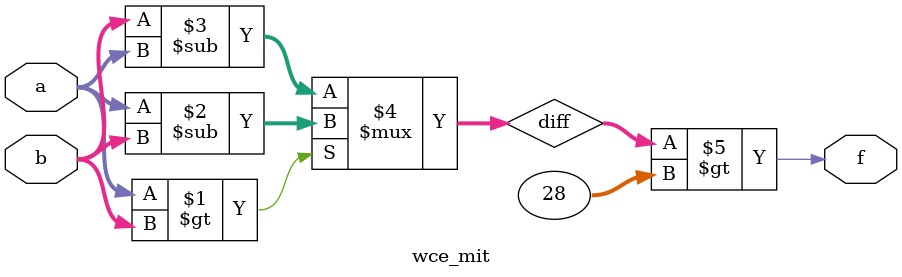
<source format=v>
module wce_mit(a, b, f);
parameter _bit = 8;
parameter wce = 28;
input [_bit - 1: 0] a;
input [_bit - 1: 0] b;
output f;
wire [_bit - 1: 0] diff;
assign diff = (a > b)? (a - b): (b - a);
assign f = (diff > wce);
endmodule

</source>
